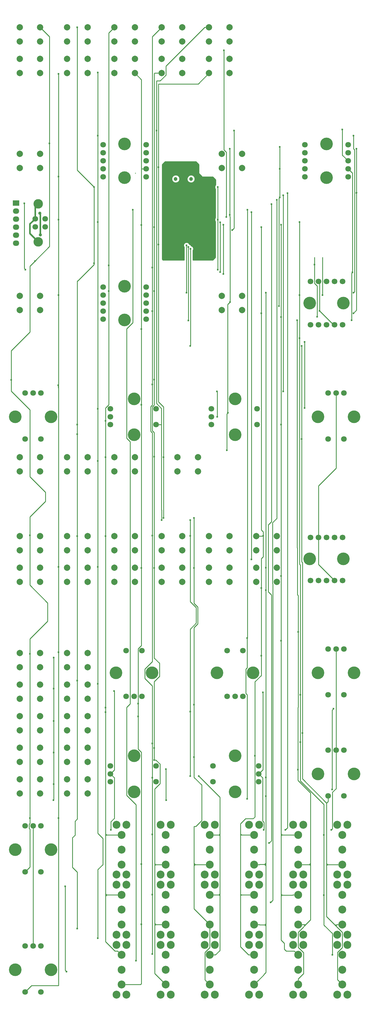
<source format=gbl>
G04 #@! TF.FileFunction,Copper,L2,Bot,Signal*
%FSLAX46Y46*%
G04 Gerber Fmt 4.6, Leading zero omitted, Abs format (unit mm)*
G04 Created by KiCad (PCBNEW 4.0.2-stable) date 20/06/2016 17:59:36*
%MOMM*%
G01*
G04 APERTURE LIST*
%ADD10C,0.100000*%
%ADD11C,4.000000*%
%ADD12C,1.800000*%
%ADD13C,2.000000*%
%ADD14R,2.032000X1.727200*%
%ADD15O,2.032000X1.727200*%
%ADD16C,3.000000*%
%ADD17C,1.200000*%
%ADD18C,2.500000*%
%ADD19C,0.600000*%
%ADD20C,1.000000*%
%ADD21C,0.250000*%
%ADD22C,0.500000*%
%ADD23C,0.254000*%
G04 APERTURE END LIST*
D10*
D11*
X199650000Y-216000000D03*
D12*
X205000000Y-222840000D03*
X207540000Y-222840000D03*
X210080000Y-222840000D03*
X202460000Y-222840000D03*
X199920000Y-222840000D03*
X199920000Y-209160000D03*
X202460000Y-209160000D03*
X210080000Y-209160000D03*
X207540000Y-209160000D03*
X205000000Y-209160000D03*
D11*
X210350000Y-216000000D03*
X199650000Y-135000000D03*
D12*
X205000000Y-141840000D03*
X207540000Y-141840000D03*
X210080000Y-141840000D03*
X202460000Y-141840000D03*
X199920000Y-141840000D03*
X199920000Y-128160000D03*
X202460000Y-128160000D03*
X210080000Y-128160000D03*
X207540000Y-128160000D03*
X205000000Y-128160000D03*
D11*
X210350000Y-135000000D03*
X205000000Y-95350000D03*
D12*
X211840000Y-90000000D03*
X211840000Y-87460000D03*
X211840000Y-84920000D03*
X211840000Y-92540000D03*
X211840000Y-95080000D03*
X198160000Y-95080000D03*
X198160000Y-92540000D03*
X198160000Y-84920000D03*
X198160000Y-87460000D03*
X198160000Y-90000000D03*
D11*
X205000000Y-84650000D03*
X141000000Y-140350000D03*
D12*
X147840000Y-135000000D03*
X147840000Y-132460000D03*
X147840000Y-129920000D03*
X147840000Y-137540000D03*
X147840000Y-140080000D03*
X134160000Y-140080000D03*
X134160000Y-137540000D03*
X134160000Y-129920000D03*
X134160000Y-132460000D03*
X134160000Y-135000000D03*
D11*
X141000000Y-129650000D03*
X141000000Y-95350000D03*
D12*
X147840000Y-90000000D03*
X147840000Y-87460000D03*
X147840000Y-84920000D03*
X147840000Y-92540000D03*
X147840000Y-95080000D03*
X134160000Y-95080000D03*
X134160000Y-92540000D03*
X134160000Y-84920000D03*
X134160000Y-87460000D03*
X134160000Y-90000000D03*
D11*
X141000000Y-84650000D03*
D13*
X164250000Y-183750000D03*
X164250000Y-188250000D03*
X157750000Y-183750000D03*
X157750000Y-188250000D03*
X189250000Y-218750000D03*
X189250000Y-223250000D03*
X182750000Y-218750000D03*
X182750000Y-223250000D03*
X189250000Y-208750000D03*
X189250000Y-213250000D03*
X182750000Y-208750000D03*
X182750000Y-213250000D03*
X178250000Y-132750000D03*
X178250000Y-137250000D03*
X171750000Y-132750000D03*
X171750000Y-137250000D03*
X178250000Y-87750000D03*
X178250000Y-92250000D03*
X171750000Y-87750000D03*
X171750000Y-92250000D03*
X129250000Y-285750000D03*
X129250000Y-290250000D03*
X122750000Y-285750000D03*
X122750000Y-290250000D03*
X114250000Y-285750000D03*
X114250000Y-290250000D03*
X107750000Y-285750000D03*
X107750000Y-290250000D03*
X129250000Y-275750000D03*
X129250000Y-280250000D03*
X122750000Y-275750000D03*
X122750000Y-280250000D03*
X114250000Y-275750000D03*
X114250000Y-280250000D03*
X107750000Y-275750000D03*
X107750000Y-280250000D03*
X129250000Y-265750000D03*
X129250000Y-270250000D03*
X122750000Y-265750000D03*
X122750000Y-270250000D03*
X114250000Y-265750000D03*
X114250000Y-270250000D03*
X107750000Y-265750000D03*
X107750000Y-270250000D03*
X129250000Y-255750000D03*
X129250000Y-260250000D03*
X122750000Y-255750000D03*
X122750000Y-260250000D03*
X114250000Y-255750000D03*
X114250000Y-260250000D03*
X107750000Y-255750000D03*
X107750000Y-260250000D03*
X129250000Y-245750000D03*
X129250000Y-250250000D03*
X122750000Y-245750000D03*
X122750000Y-250250000D03*
X114250000Y-245750000D03*
X114250000Y-250250000D03*
X107750000Y-245750000D03*
X107750000Y-250250000D03*
X174250000Y-218750000D03*
X174250000Y-223250000D03*
X167750000Y-218750000D03*
X167750000Y-223250000D03*
X174250000Y-208750000D03*
X174250000Y-213250000D03*
X167750000Y-208750000D03*
X167750000Y-213250000D03*
X159250000Y-218750000D03*
X159250000Y-223250000D03*
X152750000Y-218750000D03*
X152750000Y-223250000D03*
X159250000Y-208750000D03*
X159250000Y-213250000D03*
X152750000Y-208750000D03*
X152750000Y-213250000D03*
X144250000Y-218750000D03*
X144250000Y-223250000D03*
X137750000Y-218750000D03*
X137750000Y-223250000D03*
X144250000Y-208750000D03*
X144250000Y-213250000D03*
X137750000Y-208750000D03*
X137750000Y-213250000D03*
X129250000Y-218750000D03*
X129250000Y-223250000D03*
X122750000Y-218750000D03*
X122750000Y-223250000D03*
X129250000Y-208750000D03*
X129250000Y-213250000D03*
X122750000Y-208750000D03*
X122750000Y-213250000D03*
X114250000Y-218750000D03*
X114250000Y-223250000D03*
X107750000Y-218750000D03*
X107750000Y-223250000D03*
X114250000Y-208750000D03*
X114250000Y-213250000D03*
X107750000Y-208750000D03*
X107750000Y-213250000D03*
X144250000Y-183750000D03*
X144250000Y-188250000D03*
X137750000Y-183750000D03*
X137750000Y-188250000D03*
X129250000Y-183750000D03*
X129250000Y-188250000D03*
X122750000Y-183750000D03*
X122750000Y-188250000D03*
X114250000Y-183750000D03*
X114250000Y-188250000D03*
X107750000Y-183750000D03*
X107750000Y-188250000D03*
X114250000Y-132750000D03*
X114250000Y-137250000D03*
X107750000Y-132750000D03*
X107750000Y-137250000D03*
X114250000Y-87750000D03*
X114250000Y-92250000D03*
X107750000Y-87750000D03*
X107750000Y-92250000D03*
X167750000Y-62250000D03*
X167750000Y-57750000D03*
X174250000Y-62250000D03*
X174250000Y-57750000D03*
X174250000Y-47750000D03*
X174250000Y-52250000D03*
X167750000Y-47750000D03*
X167750000Y-52250000D03*
X152750000Y-62250000D03*
X152750000Y-57750000D03*
X159250000Y-62250000D03*
X159250000Y-57750000D03*
X159250000Y-47750000D03*
X159250000Y-52250000D03*
X152750000Y-47750000D03*
X152750000Y-52250000D03*
X137750000Y-62250000D03*
X137750000Y-57750000D03*
X144250000Y-62250000D03*
X144250000Y-57750000D03*
X144250000Y-47750000D03*
X144250000Y-52250000D03*
X137750000Y-47750000D03*
X137750000Y-52250000D03*
X122750000Y-62250000D03*
X122750000Y-57750000D03*
X129250000Y-62250000D03*
X129250000Y-57750000D03*
X129250000Y-47750000D03*
X129250000Y-52250000D03*
X122750000Y-47750000D03*
X122750000Y-52250000D03*
X107750000Y-62250000D03*
X107750000Y-57750000D03*
X114250000Y-62250000D03*
X114250000Y-57750000D03*
X114250000Y-47750000D03*
X114250000Y-52250000D03*
X107750000Y-47750000D03*
X107750000Y-52250000D03*
D14*
X106600000Y-103380000D03*
D15*
X106600000Y-105920000D03*
X106600000Y-108460000D03*
X106600000Y-111000000D03*
X106600000Y-113540000D03*
X106600000Y-116080000D03*
D12*
X112650000Y-110850000D03*
X112650000Y-108350000D03*
X115850000Y-108350000D03*
D16*
X113600000Y-103580000D03*
X113600000Y-115620000D03*
D12*
X115850000Y-110850000D03*
D17*
X157160000Y-95700000D03*
X162040000Y-95700000D03*
D18*
X138399800Y-300100600D03*
X141600200Y-300100600D03*
X138399800Y-315899400D03*
X141600200Y-315899400D03*
X140000000Y-312699000D03*
X140000000Y-303301000D03*
X140000000Y-308000000D03*
X152399800Y-300100600D03*
X155600200Y-300100600D03*
X152399800Y-315899400D03*
X155600200Y-315899400D03*
X154000000Y-312699000D03*
X154000000Y-303301000D03*
X154000000Y-308000000D03*
X166399800Y-300100600D03*
X169600200Y-300100600D03*
X166399800Y-315899400D03*
X169600200Y-315899400D03*
X168000000Y-312699000D03*
X168000000Y-303301000D03*
X168000000Y-308000000D03*
X138399800Y-319100600D03*
X141600200Y-319100600D03*
X138399800Y-334899400D03*
X141600200Y-334899400D03*
X140000000Y-331699000D03*
X140000000Y-322301000D03*
X140000000Y-327000000D03*
X152399800Y-319100600D03*
X155600200Y-319100600D03*
X152399800Y-334899400D03*
X155600200Y-334899400D03*
X154000000Y-331699000D03*
X154000000Y-322301000D03*
X154000000Y-327000000D03*
X166399800Y-319100600D03*
X169600200Y-319100600D03*
X166399800Y-334899400D03*
X169600200Y-334899400D03*
X168000000Y-331699000D03*
X168000000Y-322301000D03*
X168000000Y-327000000D03*
X138399800Y-338100600D03*
X141600200Y-338100600D03*
X138399800Y-353899400D03*
X141600200Y-353899400D03*
X140000000Y-350699000D03*
X140000000Y-341301000D03*
X140000000Y-346000000D03*
X152399800Y-338100600D03*
X155600200Y-338100600D03*
X152399800Y-353899400D03*
X155600200Y-353899400D03*
X154000000Y-350699000D03*
X154000000Y-341301000D03*
X154000000Y-346000000D03*
X166399800Y-338100600D03*
X169600200Y-338100600D03*
X166399800Y-353899400D03*
X169600200Y-353899400D03*
X168000000Y-350699000D03*
X168000000Y-341301000D03*
X168000000Y-346000000D03*
X180399800Y-300100600D03*
X183600200Y-300100600D03*
X180399800Y-315899400D03*
X183600200Y-315899400D03*
X182000000Y-312699000D03*
X182000000Y-303301000D03*
X182000000Y-308000000D03*
X194399800Y-300100600D03*
X197600200Y-300100600D03*
X194399800Y-315899400D03*
X197600200Y-315899400D03*
X196000000Y-312699000D03*
X196000000Y-303301000D03*
X196000000Y-308000000D03*
X208399800Y-300100600D03*
X211600200Y-300100600D03*
X208399800Y-315899400D03*
X211600200Y-315899400D03*
X210000000Y-312699000D03*
X210000000Y-303301000D03*
X210000000Y-308000000D03*
X180399800Y-319100600D03*
X183600200Y-319100600D03*
X180399800Y-334899400D03*
X183600200Y-334899400D03*
X182000000Y-331699000D03*
X182000000Y-322301000D03*
X182000000Y-327000000D03*
X194399800Y-319100600D03*
X197600200Y-319100600D03*
X194399800Y-334899400D03*
X197600200Y-334899400D03*
X196000000Y-331699000D03*
X196000000Y-322301000D03*
X196000000Y-327000000D03*
X208399800Y-319100600D03*
X211600200Y-319100600D03*
X208399800Y-334899400D03*
X211600200Y-334899400D03*
X210000000Y-331699000D03*
X210000000Y-322301000D03*
X210000000Y-327000000D03*
X180399800Y-338100600D03*
X183600200Y-338100600D03*
X180399800Y-353899400D03*
X183600200Y-353899400D03*
X182000000Y-350699000D03*
X182000000Y-341301000D03*
X182000000Y-346000000D03*
X194399800Y-338100600D03*
X197600200Y-338100600D03*
X194399800Y-353899400D03*
X197600200Y-353899400D03*
X196000000Y-350699000D03*
X196000000Y-341301000D03*
X196000000Y-346000000D03*
X208399800Y-338100600D03*
X211600200Y-338100600D03*
X208399800Y-353899400D03*
X211600200Y-353899400D03*
X210000000Y-350699000D03*
X210000000Y-341301000D03*
X210000000Y-346000000D03*
D11*
X117700000Y-171000000D03*
D12*
X112000000Y-163500000D03*
X109500000Y-163500000D03*
X114500000Y-163500000D03*
X114500000Y-178000000D03*
X109500000Y-178000000D03*
D11*
X106300000Y-171000000D03*
X117700000Y-308000000D03*
D12*
X112000000Y-300500000D03*
X109500000Y-300500000D03*
X114500000Y-300500000D03*
X114500000Y-315000000D03*
X109500000Y-315000000D03*
D11*
X106300000Y-308000000D03*
X117700000Y-346000000D03*
D12*
X112000000Y-338500000D03*
X109500000Y-338500000D03*
X114500000Y-338500000D03*
X114500000Y-353000000D03*
X109500000Y-353000000D03*
D11*
X106300000Y-346000000D03*
X138300000Y-252000000D03*
D12*
X144000000Y-259500000D03*
X146500000Y-259500000D03*
X141500000Y-259500000D03*
X141500000Y-245000000D03*
X146500000Y-245000000D03*
D11*
X149700000Y-252000000D03*
X144000000Y-278300000D03*
D12*
X136500000Y-284000000D03*
X136500000Y-286500000D03*
X136500000Y-281500000D03*
X151000000Y-281500000D03*
X151000000Y-286500000D03*
D11*
X144000000Y-289700000D03*
X170300000Y-252000000D03*
D12*
X176000000Y-259500000D03*
X178500000Y-259500000D03*
X173500000Y-259500000D03*
X173500000Y-245000000D03*
X178500000Y-245000000D03*
D11*
X181700000Y-252000000D03*
X176000000Y-289700000D03*
D12*
X183500000Y-284000000D03*
X183500000Y-281500000D03*
X183500000Y-286500000D03*
X169000000Y-286500000D03*
X169000000Y-281500000D03*
D11*
X176000000Y-278300000D03*
X213700000Y-252000000D03*
D12*
X208000000Y-244500000D03*
X205500000Y-244500000D03*
X210500000Y-244500000D03*
X210500000Y-259000000D03*
X205500000Y-259000000D03*
D11*
X202300000Y-252000000D03*
X213700000Y-284000000D03*
D12*
X208000000Y-276500000D03*
X205500000Y-276500000D03*
X210500000Y-276500000D03*
X210500000Y-291000000D03*
X205500000Y-291000000D03*
D11*
X202300000Y-284000000D03*
X144000000Y-165300000D03*
D12*
X136500000Y-171000000D03*
X136500000Y-173500000D03*
X136500000Y-168500000D03*
X151000000Y-168500000D03*
X151000000Y-173500000D03*
D11*
X144000000Y-176700000D03*
X176000000Y-165300000D03*
D12*
X168500000Y-171000000D03*
X168500000Y-173500000D03*
X168500000Y-168500000D03*
X183000000Y-168500000D03*
X183000000Y-173500000D03*
D11*
X176000000Y-176700000D03*
X213700000Y-171000000D03*
D12*
X208000000Y-163500000D03*
X205500000Y-163500000D03*
X210500000Y-163500000D03*
X210500000Y-178000000D03*
X205500000Y-178000000D03*
D11*
X202300000Y-171000000D03*
D19*
X163700000Y-99500000D03*
X153200000Y-106300000D03*
X163249990Y-102300000D03*
X163900000Y-116700000D03*
X159900000Y-93700000D03*
X157800000Y-93700000D03*
X163200000Y-105500000D03*
X162400000Y-97900000D03*
X154000000Y-106300000D03*
X163800000Y-113100000D03*
X158400000Y-120100000D03*
X157400000Y-120100000D03*
X156400000Y-120100000D03*
X155300000Y-120100000D03*
D20*
X114100000Y-106600000D03*
X114300000Y-113400000D03*
D19*
X173200000Y-107800000D03*
X172500000Y-55000000D03*
X198000000Y-168250000D03*
X198000000Y-147300000D03*
X173400000Y-181630000D03*
X173700000Y-169774999D03*
X174400000Y-134700011D03*
X174300000Y-86200000D03*
X174300000Y-107100000D03*
X181200000Y-106200000D03*
X181200000Y-216120000D03*
X118450000Y-292300000D03*
X118500000Y-257000000D03*
X179800000Y-291900000D03*
X179800000Y-241000000D03*
X179900000Y-105500000D03*
X206750000Y-288950000D03*
X207200000Y-263400000D03*
X154200000Y-292300000D03*
X154100000Y-282500000D03*
X118500000Y-287230000D03*
X118500000Y-277230000D03*
X118500000Y-267230000D03*
X118500000Y-247230000D03*
X187500000Y-103700000D03*
X186800000Y-305880000D03*
X122175000Y-319575000D03*
X122600000Y-346600000D03*
X189200000Y-102300000D03*
X187300000Y-324640000D03*
X143600000Y-105500000D03*
X144600000Y-343100000D03*
X117200000Y-84500000D03*
X117200000Y-84500000D03*
X105100000Y-159300000D03*
X112600000Y-121700000D03*
X111000000Y-298000000D03*
X111000000Y-246000000D03*
X111000000Y-208500000D03*
X120000000Y-161000000D03*
X120025001Y-108600000D03*
X120025001Y-62500000D03*
X120025001Y-95000000D03*
X120025001Y-132500000D03*
X120025001Y-298000000D03*
X120025001Y-245500000D03*
X120025001Y-218500000D03*
X131300000Y-122400000D03*
X131300000Y-98270000D03*
X126000000Y-333000000D03*
X126000000Y-254500000D03*
X126000000Y-208750000D03*
X126000000Y-176500000D03*
X126000000Y-173500000D03*
X126000000Y-47750000D03*
X132500000Y-109400000D03*
X132500000Y-82000000D03*
X132500000Y-168500000D03*
X132500000Y-185000000D03*
X132500000Y-218500000D03*
X132500000Y-255500000D03*
X132500000Y-336000000D03*
X132500000Y-62000000D03*
X136000000Y-123100000D03*
X135000000Y-263000000D03*
X136000000Y-131250000D03*
X135000000Y-172250000D03*
X135000000Y-183750000D03*
X135000000Y-208750000D03*
X135000000Y-264500000D03*
X146325001Y-110300000D03*
X146325001Y-331600000D03*
X146325001Y-312600000D03*
X145274999Y-265800000D03*
X145274999Y-261800000D03*
X146325001Y-218800000D03*
X146325001Y-167200000D03*
X146325001Y-143200000D03*
X149774999Y-123800000D03*
X149774999Y-160800000D03*
X149774999Y-137600000D03*
X149774999Y-208600000D03*
X149774999Y-274400000D03*
X149774999Y-285200000D03*
X149774999Y-303200000D03*
X149774999Y-322200000D03*
X149774999Y-340974999D03*
X150400000Y-159200000D03*
X150400000Y-111000000D03*
X150400000Y-131200000D03*
X150400000Y-183600000D03*
X150400000Y-218800000D03*
X150400000Y-275800000D03*
X150400000Y-279600000D03*
X164500000Y-284700004D03*
X161800000Y-284700000D03*
X175700000Y-80400000D03*
X175100000Y-111900000D03*
X151100000Y-80400000D03*
X161800000Y-208700000D03*
X161800000Y-203700000D03*
X152700000Y-203700000D03*
X161800000Y-264300000D03*
X151750000Y-116500000D03*
X151750000Y-92000000D03*
X153350000Y-183800000D03*
X163000000Y-218800000D03*
X163000000Y-262100000D03*
X163000000Y-278700000D03*
X163000000Y-203000000D03*
X153325010Y-203000000D03*
X184300000Y-111000000D03*
X214425002Y-86200000D03*
X214500000Y-100100000D03*
X213525010Y-138200000D03*
X213525010Y-138200000D03*
X184300000Y-138200000D03*
X182274999Y-278250000D03*
X184300000Y-246600000D03*
X184300000Y-225150000D03*
X184900000Y-208700000D03*
X160600000Y-131700000D03*
X160600000Y-116700000D03*
X213550000Y-82050000D03*
X213550000Y-131750000D03*
X185750000Y-131750000D03*
X185750000Y-225850000D03*
X185750000Y-218750000D03*
X185750000Y-285150000D03*
X185750000Y-291050000D03*
X172300000Y-125800000D03*
X172300000Y-110225000D03*
X190600000Y-110200000D03*
X201145001Y-122850000D03*
X190600000Y-139400000D03*
X202000000Y-139350000D03*
X190575001Y-241850000D03*
X190575001Y-221400000D03*
X190575001Y-173500000D03*
X161225010Y-140500000D03*
X161225010Y-117265687D03*
X213199999Y-125300000D03*
X212900000Y-140450000D03*
X195700000Y-140450000D03*
X196000000Y-239050000D03*
X195900000Y-282700000D03*
X206800000Y-341301000D03*
X171299982Y-125200000D03*
X171300000Y-109425000D03*
X196400000Y-109400000D03*
X196400000Y-132500001D03*
X203700000Y-132450000D03*
X196400000Y-146150000D03*
X196650000Y-259000000D03*
X196650000Y-273950000D03*
X204150000Y-303300000D03*
X204150000Y-322350000D03*
X161800000Y-148550000D03*
X161850020Y-117810265D03*
X197100000Y-148550000D03*
X197100000Y-178050000D03*
X197350000Y-271100000D03*
X170500000Y-98300000D03*
X109600030Y-124400000D03*
X109200000Y-103400000D03*
X170500000Y-124400000D03*
X170500000Y-108600000D03*
X191300000Y-100900000D03*
X191300000Y-162974999D03*
X170300000Y-162974999D03*
X170350000Y-171000000D03*
X190200000Y-92500000D03*
X189900000Y-135924999D03*
X190200000Y-85574990D03*
X190200000Y-101600000D03*
X202750000Y-137450000D03*
X192600000Y-100200000D03*
X191900000Y-301725001D03*
X137700000Y-257800000D03*
X136650000Y-301725001D03*
X184800000Y-258200000D03*
X185100000Y-301725001D03*
X206500000Y-301700000D03*
X210000000Y-80100000D03*
D21*
X144350000Y-93904999D02*
X144400000Y-93854999D01*
D22*
X111000000Y-113020000D02*
X113600000Y-115620000D01*
X111000000Y-113020000D02*
X111000000Y-110000000D01*
X111000000Y-110000000D02*
X112000001Y-108999999D01*
X112000001Y-108999999D02*
X112650000Y-108350000D01*
X112650000Y-108350000D02*
X112650000Y-104530000D01*
X112650000Y-104530000D02*
X113600000Y-103580000D01*
X114300000Y-113400000D02*
X114300000Y-106800000D01*
X114300000Y-106800000D02*
X114100000Y-106600000D01*
D21*
X173200000Y-107375736D02*
X173200000Y-107800000D01*
X173200000Y-87238998D02*
X173200000Y-107375736D01*
X172500000Y-55000000D02*
X172500000Y-86538998D01*
X172500000Y-86538998D02*
X173200000Y-87238998D01*
X198000000Y-147300000D02*
X198000000Y-168250000D01*
X173700000Y-169774999D02*
X173400001Y-170074998D01*
X173400001Y-170074998D02*
X173400001Y-181629999D01*
X173400001Y-181629999D02*
X173400000Y-181630000D01*
X174400000Y-134700011D02*
X173674999Y-135425012D01*
X173674999Y-135425012D02*
X173674999Y-169749998D01*
X173674999Y-169749998D02*
X173700000Y-169774999D01*
X174400000Y-107725002D02*
X174400000Y-134700011D01*
X174300000Y-107100000D02*
X174300000Y-107625002D01*
X174300000Y-107625002D02*
X174400000Y-107725002D01*
X174300000Y-107100000D02*
X174300000Y-86200000D01*
X181200000Y-216120000D02*
X181200000Y-106200000D01*
X118500000Y-278300000D02*
X118500000Y-286500000D01*
X118500000Y-268100000D02*
X118500000Y-278300000D01*
X118500000Y-278300000D02*
X118500000Y-277230000D01*
X118500000Y-256500000D02*
X118500000Y-268100000D01*
X118500000Y-268100000D02*
X118500000Y-267230000D01*
X118500000Y-256500000D02*
X118500000Y-257000000D01*
X118500000Y-247230000D02*
X118500000Y-256500000D01*
X179800000Y-287400000D02*
X179800000Y-291900000D01*
X179800000Y-258986998D02*
X179800000Y-287400000D01*
X179800000Y-241000000D02*
X179800000Y-250458998D01*
X179800000Y-250458998D02*
X179374999Y-250883999D01*
X179374999Y-250883999D02*
X179374999Y-258561997D01*
X179374999Y-258561997D02*
X179800000Y-258986998D01*
X179900000Y-105500000D02*
X179900000Y-240900000D01*
X179900000Y-240900000D02*
X179800000Y-241000000D01*
X206750000Y-288525736D02*
X206750000Y-288950000D01*
X206750000Y-263850000D02*
X206750000Y-288525736D01*
X207200000Y-263400000D02*
X206750000Y-263850000D01*
X154100000Y-282500000D02*
X154100000Y-292200000D01*
X154100000Y-292200000D02*
X154200000Y-292300000D01*
X118500000Y-287230000D02*
X118500000Y-292250000D01*
X118500000Y-287230000D02*
X118500000Y-286500000D01*
X187500000Y-103700000D02*
X187500000Y-204200000D01*
X187500000Y-204200000D02*
X186500000Y-205200000D01*
X186500000Y-205200000D02*
X186500000Y-226400000D01*
X186500000Y-226400000D02*
X187500000Y-227400000D01*
X187500000Y-227400000D02*
X187500000Y-305180000D01*
X187500000Y-305180000D02*
X186800000Y-305880000D01*
X122600000Y-346600000D02*
X122175000Y-346175000D01*
X122175000Y-346175000D02*
X122175000Y-319575000D01*
X187300000Y-324640000D02*
X187950010Y-323989990D01*
X187950010Y-323989990D02*
X187950010Y-223911012D01*
X187950010Y-223911012D02*
X187900000Y-223861002D01*
X187900000Y-223861002D02*
X187900000Y-204436410D01*
X187900000Y-204436410D02*
X189200000Y-203136410D01*
X189200000Y-203136410D02*
X189200000Y-102300000D01*
X143600000Y-105500000D02*
X143600000Y-141191002D01*
X143600000Y-141191002D02*
X141674999Y-143116003D01*
X141674999Y-143116003D02*
X141674999Y-177816001D01*
X141674999Y-177816001D02*
X142725001Y-178866003D01*
X142725001Y-261874999D02*
X141674999Y-262925001D01*
X142725001Y-178866003D02*
X142725001Y-261874999D01*
X141674999Y-262925001D02*
X141674999Y-290816001D01*
X141674999Y-290816001D02*
X144600000Y-293741002D01*
X144600000Y-293741002D02*
X144600000Y-298741002D01*
X144600000Y-298741002D02*
X144600000Y-343100000D01*
X111000000Y-246000000D02*
X111000000Y-293000000D01*
X111000000Y-293000000D02*
X111000000Y-298000000D01*
X117200000Y-103300000D02*
X117200000Y-85700000D01*
X117200000Y-85700000D02*
X117200000Y-50700000D01*
X117200000Y-84500000D02*
X117200000Y-85700000D01*
X117200000Y-50700000D02*
X114250000Y-47750000D01*
X111000000Y-144200000D02*
X111000000Y-123300000D01*
X105100000Y-159300000D02*
X105100000Y-150100000D01*
X105100000Y-150100000D02*
X111000000Y-144200000D01*
X111000000Y-190000000D02*
X111000000Y-168800000D01*
X111000000Y-168800000D02*
X105100000Y-162900000D01*
X105100000Y-162900000D02*
X105100000Y-159300000D01*
X111000000Y-208500000D02*
X111000000Y-202700000D01*
X111000000Y-202700000D02*
X115900000Y-197800000D01*
X115900000Y-197800000D02*
X115900000Y-194900000D01*
X115900000Y-194900000D02*
X111000000Y-190000000D01*
X111000000Y-246000000D02*
X111000000Y-241300000D01*
X111000000Y-241300000D02*
X116600000Y-235700000D01*
X116600000Y-235700000D02*
X116600000Y-229900000D01*
X116600000Y-229900000D02*
X111000000Y-224300000D01*
X111000000Y-224300000D02*
X111000000Y-208500000D01*
X111000000Y-123300000D02*
X112600000Y-121700000D01*
X112600000Y-121700000D02*
X117200000Y-117100000D01*
X117200000Y-117100000D02*
X117200000Y-103300000D01*
X111000000Y-298000000D02*
X111000000Y-299686998D01*
X111000000Y-299686998D02*
X110774999Y-299911999D01*
X110774999Y-299911999D02*
X110774999Y-301274999D01*
X110774999Y-301274999D02*
X111000000Y-301500000D01*
X111000000Y-301500000D02*
X111000000Y-313500000D01*
X111000000Y-313500000D02*
X109500000Y-315000000D01*
X120025001Y-293000000D02*
X120025001Y-298000000D01*
X120025001Y-218500000D02*
X120025001Y-161900000D01*
X120025001Y-161900000D02*
X120025001Y-157500000D01*
X120000000Y-161000000D02*
X120000000Y-161874999D01*
X120000000Y-161874999D02*
X120025001Y-161900000D01*
X120025001Y-157500000D02*
X120025001Y-134525001D01*
X120025001Y-132500000D02*
X120025001Y-108600000D01*
X120025001Y-108600000D02*
X120025001Y-107525001D01*
X120025001Y-95000000D02*
X120025001Y-62500000D01*
X120025001Y-107525001D02*
X120025001Y-95000000D01*
X120025001Y-134525001D02*
X120025001Y-132500000D01*
X120025001Y-298000000D02*
X120025001Y-350974999D01*
X120025001Y-350974999D02*
X111525001Y-350974999D01*
X111525001Y-350974999D02*
X109500000Y-353000000D01*
X120025001Y-293000000D02*
X120025001Y-245500000D01*
X120025001Y-245500000D02*
X120025001Y-218500000D01*
X125300000Y-303400000D02*
X124500000Y-304200000D01*
X125300000Y-303400000D02*
X125300000Y-299000000D01*
X125300000Y-299000000D02*
X126000000Y-298300000D01*
X126000000Y-128000000D02*
X126000000Y-173500000D01*
X131300000Y-122400000D02*
X131300000Y-122824264D01*
X131300000Y-122824264D02*
X126124264Y-128000000D01*
X126124264Y-128000000D02*
X126000000Y-128000000D01*
X131300000Y-98270000D02*
X131300000Y-122400000D01*
X126000000Y-89700000D02*
X126000000Y-92970000D01*
X126000000Y-47750000D02*
X126000000Y-89700000D01*
X126000000Y-92970000D02*
X131300000Y-98270000D01*
X126000000Y-315100000D02*
X126000000Y-333000000D01*
X124500000Y-304200000D02*
X124500000Y-313600000D01*
X124500000Y-313600000D02*
X126000000Y-315100000D01*
X126000000Y-253100000D02*
X126000000Y-298300000D01*
X126000000Y-207700000D02*
X126000000Y-253100000D01*
X126000000Y-176500000D02*
X126000000Y-207700000D01*
X126000000Y-207700000D02*
X126000000Y-208750000D01*
X126000000Y-253100000D02*
X126000000Y-254500000D01*
X126000000Y-173500000D02*
X126000000Y-176500000D01*
X132500000Y-255500000D02*
X132500000Y-302800000D01*
X132500000Y-302800000D02*
X134100000Y-304400000D01*
X134100000Y-304400000D02*
X134100000Y-312700000D01*
X134100000Y-312700000D02*
X132500000Y-314300000D01*
X132500000Y-314300000D02*
X132500000Y-336000000D01*
X132500000Y-86000000D02*
X132500000Y-109400000D01*
X132500000Y-109400000D02*
X132500000Y-168500000D01*
X132500000Y-72000000D02*
X132500000Y-82000000D01*
X132500000Y-82000000D02*
X132500000Y-86000000D01*
X132500000Y-168500000D02*
X132500000Y-185000000D01*
X132500000Y-185000000D02*
X132500000Y-218500000D01*
X132500000Y-218500000D02*
X132500000Y-255500000D01*
X132500000Y-72000000D02*
X132500000Y-62000000D01*
X135000000Y-303000000D02*
X135000000Y-298000000D01*
X135000000Y-303300000D02*
X135000000Y-303600000D01*
X135000000Y-303600000D02*
X135000000Y-322000000D01*
X135300000Y-303300000D02*
X135000000Y-303600000D01*
X138231234Y-303300000D02*
X135300000Y-303300000D01*
X135300000Y-303300000D02*
X135000000Y-303300000D01*
X135000000Y-303000000D02*
X135300000Y-303300000D01*
X135000000Y-303000000D02*
X135000000Y-303300000D01*
X140000000Y-303301000D02*
X138232234Y-303301000D01*
X138232234Y-303301000D02*
X138231234Y-303300000D01*
X135000000Y-322300000D02*
X135000000Y-322600000D01*
X135000000Y-322600000D02*
X135000000Y-337100000D01*
X135300000Y-322400000D02*
X135100000Y-322600000D01*
X135100000Y-322600000D02*
X135000000Y-322600000D01*
X135300000Y-322301000D02*
X135300000Y-322400000D01*
X140000000Y-322301000D02*
X135300000Y-322301000D01*
X135300000Y-322301000D02*
X135001000Y-322301000D01*
X135000000Y-322000000D02*
X135000000Y-322001000D01*
X135000000Y-322001000D02*
X135300000Y-322301000D01*
X135000000Y-322000000D02*
X135000000Y-322300000D01*
X135001000Y-322301000D02*
X135000000Y-322300000D01*
X140000000Y-341301000D02*
X138750001Y-340051001D01*
X138750001Y-340051001D02*
X137951001Y-340051001D01*
X137951001Y-340051001D02*
X135000000Y-337100000D01*
X136000000Y-56500000D02*
X136000000Y-123100000D01*
X136000000Y-123100000D02*
X136000000Y-131250000D01*
X135000000Y-262000000D02*
X135000000Y-263000000D01*
X135000000Y-263000000D02*
X135000000Y-264500000D01*
X136000000Y-131250000D02*
X136000000Y-167186998D01*
X135000000Y-168186998D02*
X135000000Y-172250000D01*
X135000000Y-172250000D02*
X135000000Y-183750000D01*
X135000000Y-183750000D02*
X135000000Y-200000000D01*
X135000000Y-200000000D02*
X135000000Y-208750000D01*
X135000000Y-208750000D02*
X135000000Y-262000000D01*
X135000000Y-264500000D02*
X135000000Y-298000000D01*
X136000000Y-167186998D02*
X135000000Y-168186998D01*
X136000000Y-49500000D02*
X136000000Y-56500000D01*
X137750000Y-47750000D02*
X136000000Y-49500000D01*
X146325001Y-307600000D02*
X146325001Y-312600000D01*
X146325001Y-92500000D02*
X146325001Y-110300000D01*
X146325001Y-110300000D02*
X146325001Y-143200000D01*
X140000000Y-350699000D02*
X146051000Y-350699000D01*
X146051000Y-350699000D02*
X146325001Y-350424999D01*
X146325001Y-312600000D02*
X146325001Y-331600000D01*
X146325001Y-331600000D02*
X146325001Y-350424999D01*
X146325001Y-277183999D02*
X146325001Y-307600000D01*
X145274999Y-261800000D02*
X145274999Y-265800000D01*
X145274999Y-265800000D02*
X145274999Y-276133997D01*
X145274999Y-244411999D02*
X145274999Y-261800000D01*
X146325001Y-167200000D02*
X146325001Y-218800000D01*
X146325001Y-218800000D02*
X146325001Y-243361997D01*
X146325001Y-143200000D02*
X146325001Y-167200000D01*
X146325001Y-64325001D02*
X146325001Y-92500000D01*
X147840000Y-92540000D02*
X146365001Y-92540000D01*
X146365001Y-92540000D02*
X146325001Y-92500000D01*
X144250000Y-62250000D02*
X146325001Y-64325001D01*
X146325001Y-243361997D02*
X145274999Y-244411999D01*
X145274999Y-276133997D02*
X146325001Y-277183999D01*
X149774999Y-298200000D02*
X149774999Y-303200000D01*
X149774999Y-50725001D02*
X149774999Y-123800000D01*
X149774999Y-123800000D02*
X149774999Y-137600000D01*
X149774999Y-160800000D02*
X149774999Y-167275589D01*
X149774999Y-167275589D02*
X149274999Y-167775589D01*
X149274999Y-167775589D02*
X149274999Y-175600000D01*
X149274999Y-175600000D02*
X149774999Y-176100000D01*
X149774999Y-176100000D02*
X149774999Y-208600000D01*
X149774999Y-274400000D02*
X149774999Y-256200000D01*
X147374999Y-250883999D02*
X149774999Y-248483999D01*
X149774999Y-256200000D02*
X147374999Y-253800000D01*
X147374999Y-253800000D02*
X147374999Y-250883999D01*
X149774999Y-248483999D02*
X149774999Y-208600000D01*
X149774999Y-137600000D02*
X149774999Y-160800000D01*
X149774999Y-274400000D02*
X149774999Y-285200000D01*
X149774999Y-285200000D02*
X149774999Y-298200000D01*
X149774999Y-303200000D02*
X149774999Y-322200000D01*
X149774999Y-322200000D02*
X149774999Y-340974999D01*
X152750000Y-47750000D02*
X149774999Y-50725001D01*
X150513002Y-312700000D02*
X150513002Y-288800000D01*
X150513002Y-288800000D02*
X152225001Y-287088001D01*
X152225001Y-287088001D02*
X152225001Y-280911999D01*
X152225001Y-280911999D02*
X150913002Y-279600000D01*
X150913002Y-279600000D02*
X150400000Y-279600000D01*
X150513002Y-347212002D02*
X150513002Y-332000000D01*
X150513002Y-332000000D02*
X150513002Y-331600000D01*
X150900000Y-331699000D02*
X150814002Y-331699000D01*
X150814002Y-331699000D02*
X150513002Y-332000000D01*
X150513002Y-331400000D02*
X150513002Y-313000000D01*
X150513002Y-331600000D02*
X150513002Y-331400000D01*
X154000000Y-331699000D02*
X150900000Y-331699000D01*
X150513002Y-331400000D02*
X150601000Y-331400000D01*
X150900000Y-331699000D02*
X150612002Y-331699000D01*
X150601000Y-331400000D02*
X150900000Y-331699000D01*
X150612002Y-331699000D02*
X150513002Y-331600000D01*
X150513002Y-313000000D02*
X150513002Y-312700000D01*
X150800000Y-312700000D02*
X150800000Y-312713002D01*
X150800000Y-312713002D02*
X150513002Y-313000000D01*
X150513002Y-312500000D02*
X150600000Y-312500000D01*
X150600000Y-312500000D02*
X150800000Y-312700000D01*
X150800000Y-312700000D02*
X150513002Y-312700000D01*
X152231234Y-312700000D02*
X150800000Y-312700000D01*
X150513002Y-312600000D02*
X150513002Y-312500000D01*
X150513002Y-312700000D02*
X150513002Y-312600000D01*
X154000000Y-312699000D02*
X152232234Y-312699000D01*
X152232234Y-312699000D02*
X152231234Y-312700000D01*
X150400000Y-158200000D02*
X150400000Y-159200000D01*
X150400000Y-159200000D02*
X150400000Y-167286998D01*
X150400000Y-131200000D02*
X150400000Y-111000000D01*
X150400000Y-111000000D02*
X150400000Y-62400000D01*
X150400000Y-176000000D02*
X150400000Y-183600000D01*
X150400000Y-167286998D02*
X149774999Y-167911999D01*
X149774999Y-167911999D02*
X149774999Y-175374999D01*
X149774999Y-175374999D02*
X150400000Y-176000000D01*
X150400000Y-158200000D02*
X150400000Y-131200000D01*
X150400000Y-218800000D02*
X150400000Y-183600000D01*
X150400000Y-247400000D02*
X150400000Y-218800000D01*
X150400000Y-279600000D02*
X150400000Y-275800000D01*
X150400000Y-275800000D02*
X150400000Y-254800000D01*
X152025001Y-253200000D02*
X152000000Y-253200000D01*
X152000000Y-253200000D02*
X150400000Y-254800000D01*
X152025001Y-253200000D02*
X152025001Y-249025001D01*
X154000000Y-350699000D02*
X150513002Y-347212002D01*
X152025001Y-249025001D02*
X150400000Y-247400000D01*
X150400000Y-62400000D02*
X150550000Y-62250000D01*
X150550000Y-62250000D02*
X152750000Y-62250000D01*
X164500000Y-284700004D02*
X171175201Y-291375205D01*
X171175201Y-291375205D02*
X171175201Y-296375205D01*
X171175201Y-296375205D02*
X171175201Y-303000000D01*
X161800000Y-208700000D02*
X161800000Y-229500000D01*
X161800000Y-229500000D02*
X163700000Y-231400000D01*
X161800000Y-238200000D02*
X161800000Y-264300000D01*
X163700000Y-231400000D02*
X163700000Y-236300000D01*
X163700000Y-236300000D02*
X161800000Y-238200000D01*
X161800000Y-264300000D02*
X161800000Y-284700000D01*
X171175201Y-322000000D02*
X171175201Y-303600000D01*
X171175201Y-303600000D02*
X171175201Y-303400000D01*
X170900000Y-303301000D02*
X170900000Y-303324799D01*
X170900000Y-303324799D02*
X171175201Y-303600000D01*
X170900000Y-303301000D02*
X171076201Y-303301000D01*
X168000000Y-303301000D02*
X170900000Y-303301000D01*
X171175201Y-303400000D02*
X171175201Y-303000000D01*
X170900000Y-303301000D02*
X170900000Y-303275201D01*
X170900000Y-303275201D02*
X171175201Y-303000000D01*
X171076201Y-303301000D02*
X171175201Y-303400000D01*
X171175201Y-339893565D02*
X171175201Y-322600000D01*
X171175201Y-322600000D02*
X171175201Y-322300000D01*
X170800000Y-322301000D02*
X170876201Y-322301000D01*
X170876201Y-322301000D02*
X171175201Y-322600000D01*
X170800000Y-322301000D02*
X171174201Y-322301000D01*
X168000000Y-322301000D02*
X170800000Y-322301000D01*
X170800000Y-322301000D02*
X170874201Y-322301000D01*
X171175201Y-322300000D02*
X171175201Y-322000000D01*
X170874201Y-322301000D02*
X171175201Y-322000000D01*
X171174201Y-322301000D02*
X171175201Y-322300000D01*
X168000000Y-341301000D02*
X169767766Y-341301000D01*
X169767766Y-341301000D02*
X171175201Y-339893565D01*
X175100000Y-111900000D02*
X175700000Y-111300000D01*
X175700000Y-111300000D02*
X175700000Y-80400000D01*
X151100000Y-80000000D02*
X151100000Y-80550000D01*
X151100000Y-64700000D02*
X151100000Y-80000000D01*
X151100000Y-80550000D02*
X151100000Y-80400000D01*
X151100000Y-80400000D02*
X151100000Y-80250000D01*
X151100000Y-80000000D02*
X151100000Y-80400000D01*
X151100000Y-80550000D02*
X151100000Y-166786998D01*
X167750000Y-47750000D02*
X166335787Y-47750000D01*
X154075001Y-60010786D02*
X154075001Y-62886001D01*
X166335787Y-47750000D02*
X154075001Y-60010786D01*
X154075001Y-62886001D02*
X152261002Y-64700000D01*
X152261002Y-64700000D02*
X151100000Y-64700000D01*
X151100000Y-166786998D02*
X152675010Y-168362008D01*
X152675010Y-168362008D02*
X152675010Y-168400000D01*
X152675010Y-168400000D02*
X152675010Y-173500000D01*
X152675010Y-173500000D02*
X152675010Y-175124990D01*
X151000000Y-173500000D02*
X152675010Y-173500000D01*
X161800000Y-206900000D02*
X161800000Y-208700000D01*
X161800000Y-206900000D02*
X161800000Y-203700000D01*
X152700000Y-200500000D02*
X152700000Y-203700000D01*
X152675010Y-175124990D02*
X152675010Y-200475010D01*
X152675010Y-200475010D02*
X152700000Y-200500000D01*
X163000000Y-278700000D02*
X163000000Y-285100000D01*
X163000000Y-285100000D02*
X165400000Y-287500000D01*
X165400000Y-287500000D02*
X165400000Y-298769398D01*
X165400000Y-298769398D02*
X163569398Y-300600000D01*
X163569398Y-300600000D02*
X163000000Y-300600000D01*
X163000000Y-300600000D02*
X163000000Y-312200000D01*
X163000000Y-312700000D02*
X163000000Y-313100000D01*
X163000000Y-313100000D02*
X163000000Y-326699000D01*
X163400000Y-312700000D02*
X163000000Y-313100000D01*
X163400000Y-312699000D02*
X163400000Y-312700000D01*
X163000000Y-312200000D02*
X163000000Y-312700000D01*
X168000000Y-312699000D02*
X163400000Y-312699000D01*
X163400000Y-312699000D02*
X163001000Y-312699000D01*
X163000000Y-312200000D02*
X163000000Y-312299000D01*
X163000000Y-312299000D02*
X163400000Y-312699000D01*
X163001000Y-312699000D02*
X163000000Y-312700000D01*
X163000000Y-218800000D02*
X163000000Y-230000000D01*
X163000000Y-230000000D02*
X164200000Y-231200000D01*
X164200000Y-231200000D02*
X164200000Y-236500000D01*
X164200000Y-236500000D02*
X163000000Y-237700000D01*
X163000000Y-237700000D02*
X163000000Y-262100000D01*
X163000000Y-326699000D02*
X163500000Y-327199000D01*
X163500000Y-327199000D02*
X168000000Y-331699000D01*
X168000000Y-331699000D02*
X168000000Y-338969998D01*
X168000000Y-338969998D02*
X166424999Y-340544999D01*
X166424999Y-340544999D02*
X166424999Y-349123999D01*
X166424999Y-349123999D02*
X166750001Y-349449001D01*
X166750001Y-349449001D02*
X168000000Y-350699000D01*
X151750000Y-92000000D02*
X151750000Y-116500000D01*
X151750000Y-116500000D02*
X151750000Y-121100000D01*
X151750000Y-121100000D02*
X151750000Y-133200000D01*
X151750000Y-66000000D02*
X151750000Y-92000000D01*
X153350000Y-173900000D02*
X153350000Y-183800000D01*
X153350000Y-183800000D02*
X153350000Y-202975010D01*
X163000000Y-203000000D02*
X163000000Y-218800000D01*
X163000000Y-262100000D02*
X163000000Y-278700000D01*
X153350000Y-202975010D02*
X153325010Y-203000000D01*
X151750000Y-166250000D02*
X153350000Y-167850000D01*
X153350000Y-167850000D02*
X153350000Y-173900000D01*
X151750000Y-133200000D02*
X151750000Y-166250000D01*
X151750000Y-65700000D02*
X151750000Y-66000000D01*
X164300000Y-65700000D02*
X151750000Y-65700000D01*
X167750000Y-62250000D02*
X164300000Y-65700000D01*
X182274999Y-278250000D02*
X182274999Y-297625001D01*
X182274999Y-297625001D02*
X181700000Y-298200000D01*
X181700000Y-298200000D02*
X179300000Y-298200000D01*
X179300000Y-298200000D02*
X177700000Y-299800000D01*
X177700000Y-299800000D02*
X177700000Y-302900000D01*
X184300000Y-111800000D02*
X184300000Y-111500000D01*
X184300000Y-138200000D02*
X184300000Y-111800000D01*
X184300000Y-111800000D02*
X184300000Y-111000000D01*
X214500000Y-86274998D02*
X214425002Y-86200000D01*
X214500000Y-100100000D02*
X214500000Y-86274998D01*
X214650000Y-99950000D02*
X214500000Y-100100000D01*
X214500000Y-103700000D02*
X214500000Y-100100000D01*
X214500000Y-137225010D02*
X214500000Y-103700000D01*
X213525010Y-138200000D02*
X214500000Y-137225010D01*
X184300000Y-138400000D02*
X184300000Y-206800000D01*
X184300000Y-138400000D02*
X184300000Y-138200000D01*
X177700000Y-322300000D02*
X177700000Y-322550000D01*
X177700000Y-322550000D02*
X177700000Y-331450000D01*
X178000000Y-322300000D02*
X177950000Y-322300000D01*
X177950000Y-322300000D02*
X177700000Y-322550000D01*
X177700000Y-321900000D02*
X177700000Y-322300000D01*
X177700000Y-303550000D02*
X177700000Y-321900000D01*
X180231234Y-322300000D02*
X178000000Y-322300000D01*
X178000000Y-322300000D02*
X177700000Y-322300000D01*
X177700000Y-321900000D02*
X177700000Y-322000000D01*
X177700000Y-322000000D02*
X178000000Y-322300000D01*
X182000000Y-322301000D02*
X180232234Y-322301000D01*
X180232234Y-322301000D02*
X180231234Y-322300000D01*
X177700000Y-303300000D02*
X177700000Y-303550000D01*
X178050000Y-303300000D02*
X177950000Y-303300000D01*
X177950000Y-303300000D02*
X177700000Y-303550000D01*
X180231234Y-303300000D02*
X178050000Y-303300000D01*
X178050000Y-303300000D02*
X177700000Y-303300000D01*
X177700000Y-302900000D02*
X177700000Y-302950000D01*
X177700000Y-302950000D02*
X178050000Y-303300000D01*
X177700000Y-302900000D02*
X177700000Y-303300000D01*
X182000000Y-303301000D02*
X180232234Y-303301000D01*
X180232234Y-303301000D02*
X180231234Y-303300000D01*
X182274999Y-254866003D02*
X182274999Y-278250000D01*
X184300000Y-225150000D02*
X184300000Y-246600000D01*
X184300000Y-246600000D02*
X184300000Y-252841002D01*
X184300000Y-215850000D02*
X184300000Y-225150000D01*
X184900000Y-207400000D02*
X184900000Y-208700000D01*
X184900000Y-208700000D02*
X184900000Y-215250000D01*
X182750000Y-208750000D02*
X184850000Y-208750000D01*
X184850000Y-208750000D02*
X184900000Y-208700000D01*
X184300000Y-206800000D02*
X184900000Y-207400000D01*
X184900000Y-215250000D02*
X184300000Y-215850000D01*
X184300000Y-252841002D02*
X182274999Y-254866003D01*
X177681234Y-331468766D02*
X177681234Y-338750000D01*
X177700000Y-331450000D02*
X177681234Y-331468766D01*
X177681234Y-338750000D02*
X180232234Y-341301000D01*
X180232234Y-341301000D02*
X182000000Y-341301000D01*
X185750000Y-312250000D02*
X185750000Y-307250000D01*
X185750000Y-131750000D02*
X185750000Y-219500000D01*
X185750000Y-219500000D02*
X185750000Y-224700000D01*
X185750000Y-218750000D02*
X185750000Y-219500000D01*
X185750000Y-224700000D02*
X185750000Y-225850000D01*
X185750000Y-285150000D02*
X185750000Y-226700000D01*
X185750000Y-226700000D02*
X185750000Y-225850000D01*
X160600000Y-116700000D02*
X160600000Y-131700000D01*
X213550000Y-82474264D02*
X213550000Y-82050000D01*
X213550000Y-86200004D02*
X213550000Y-82474264D01*
X213849999Y-86500003D02*
X213550000Y-86200004D01*
X213849999Y-131450001D02*
X213849999Y-86500003D01*
X213550000Y-131750000D02*
X213849999Y-131450001D01*
X185750000Y-291050000D02*
X185750000Y-285150000D01*
X185750000Y-307250000D02*
X185750000Y-291050000D01*
X185750000Y-331450000D02*
X185750000Y-313050000D01*
X185750000Y-313050000D02*
X185750000Y-312650000D01*
X185350000Y-312650000D02*
X185750000Y-313050000D01*
X185250000Y-312650000D02*
X185750000Y-312650000D01*
X183816766Y-312650000D02*
X185250000Y-312650000D01*
X185750000Y-312650000D02*
X185750000Y-312250000D01*
X185250000Y-312650000D02*
X185350000Y-312650000D01*
X185350000Y-312650000D02*
X185750000Y-312250000D01*
X182000000Y-312699000D02*
X183767766Y-312699000D01*
X183767766Y-312699000D02*
X183816766Y-312650000D01*
X185750000Y-346900000D02*
X185750000Y-332150000D01*
X185750000Y-332150000D02*
X185750000Y-331750000D01*
X185350000Y-331750000D02*
X185750000Y-332150000D01*
X185350000Y-331750000D02*
X185750000Y-331750000D01*
X183818766Y-331750000D02*
X185350000Y-331750000D01*
X185750000Y-331750000D02*
X185750000Y-331450000D01*
X185350000Y-331750000D02*
X185450000Y-331750000D01*
X185450000Y-331750000D02*
X185750000Y-331450000D01*
X182000000Y-331699000D02*
X183767766Y-331699000D01*
X183767766Y-331699000D02*
X183818766Y-331750000D01*
X185175201Y-347474799D02*
X185750000Y-346900000D01*
X183300999Y-349449001D02*
X185175201Y-347574799D01*
X185175201Y-347574799D02*
X185175201Y-347474799D01*
X182000000Y-350699000D02*
X183249999Y-349449001D01*
X183249999Y-349449001D02*
X183300999Y-349449001D01*
X190575001Y-297950000D02*
X190575001Y-302950000D01*
X172300000Y-110225000D02*
X172300000Y-125800000D01*
X190600000Y-139400000D02*
X190600000Y-110200000D01*
X201145001Y-120521001D02*
X201145001Y-122850000D01*
X201145001Y-122850000D02*
X201145001Y-128748001D01*
X190600000Y-139400000D02*
X190600000Y-139824264D01*
X190600000Y-139824264D02*
X190575001Y-139849263D01*
X190575001Y-139849263D02*
X190575001Y-141624999D01*
X201145001Y-128748001D02*
X202000000Y-129603000D01*
X202000000Y-129603000D02*
X202000000Y-139350000D01*
X190575001Y-321950000D02*
X190575001Y-303600000D01*
X190575001Y-303600000D02*
X190575001Y-303350000D01*
X190850000Y-303350000D02*
X190825001Y-303350000D01*
X190825001Y-303350000D02*
X190575001Y-303600000D01*
X190850000Y-303350000D02*
X190575001Y-303350000D01*
X194183234Y-303350000D02*
X190850000Y-303350000D01*
X190575001Y-303350000D02*
X190575001Y-302950000D01*
X190575001Y-297950000D02*
X190575001Y-241850000D01*
X190850000Y-303350000D02*
X190850000Y-303224999D01*
X190850000Y-303224999D02*
X190575001Y-302950000D01*
X190575001Y-336575001D02*
X190575001Y-322650000D01*
X190575001Y-322650000D02*
X190575001Y-322350000D01*
X190900000Y-322350000D02*
X190875001Y-322350000D01*
X190875001Y-322350000D02*
X190575001Y-322650000D01*
X190575001Y-322350000D02*
X190575001Y-321950000D01*
X194183234Y-322350000D02*
X190900000Y-322350000D01*
X190900000Y-322350000D02*
X190575001Y-322350000D01*
X190575001Y-321950000D02*
X190575001Y-322025001D01*
X190575001Y-322025001D02*
X190900000Y-322350000D01*
X196000000Y-303301000D02*
X194232234Y-303301000D01*
X194232234Y-303301000D02*
X194183234Y-303350000D01*
X196000000Y-322301000D02*
X194232234Y-322301000D01*
X194232234Y-322301000D02*
X194183234Y-322350000D01*
X190575001Y-241850000D02*
X190575001Y-221400000D01*
X190575001Y-221400000D02*
X190575001Y-173500000D01*
X190575001Y-173500000D02*
X190575001Y-141624999D01*
X191600000Y-337600000D02*
X190575001Y-336575001D01*
X191600000Y-339500000D02*
X191600000Y-337600000D01*
X192151001Y-340051001D02*
X191600000Y-339500000D01*
X196000000Y-341301000D02*
X194750001Y-340051001D01*
X194750001Y-340051001D02*
X192151001Y-340051001D01*
X195900000Y-282700000D02*
X195900000Y-286086410D01*
X195900000Y-286086410D02*
X199899000Y-290085410D01*
X199899000Y-290085410D02*
X199899000Y-307350000D01*
X199899000Y-307350000D02*
X199899000Y-312350000D01*
X197700000Y-331699000D02*
X198400000Y-331699000D01*
X196000000Y-331699000D02*
X197700000Y-331699000D01*
X197568598Y-332530402D02*
X198099000Y-332000000D01*
X198099000Y-332000000D02*
X198400000Y-331699000D01*
X197700000Y-331699000D02*
X197798000Y-331699000D01*
X197798000Y-331699000D02*
X198099000Y-332000000D01*
X196025199Y-338926199D02*
X197699000Y-340600000D01*
X196000000Y-350699000D02*
X196000000Y-348931234D01*
X196000000Y-348931234D02*
X197699000Y-347232234D01*
X197699000Y-347232234D02*
X197699000Y-340600000D01*
X199899000Y-330200000D02*
X199899000Y-313000000D01*
X198400000Y-331699000D02*
X199899000Y-330200000D01*
X197568598Y-332600000D02*
X196025199Y-334143399D01*
X197668598Y-332500000D02*
X197568598Y-332600000D01*
X197568598Y-332600000D02*
X197568598Y-332530402D01*
X196025199Y-334143399D02*
X196025199Y-338926199D01*
X161225010Y-117265687D02*
X161225010Y-140500000D01*
X212900000Y-125599999D02*
X213199999Y-125300000D01*
X212900000Y-140450000D02*
X212900000Y-125599999D01*
X199600000Y-312701000D02*
X199899000Y-313000000D01*
X199899000Y-313000000D02*
X199899000Y-312700000D01*
X199600000Y-312699000D02*
X199600000Y-312701000D01*
X199600000Y-312699000D02*
X199898000Y-312699000D01*
X196000000Y-312699000D02*
X199600000Y-312699000D01*
X199899000Y-312700000D02*
X199899000Y-312350000D01*
X199600000Y-312699000D02*
X199600000Y-312649000D01*
X199600000Y-312649000D02*
X199899000Y-312350000D01*
X195750000Y-212500000D02*
X195700000Y-212450000D01*
X195700000Y-212450000D02*
X195700000Y-140450000D01*
X196000000Y-239050000D02*
X196000000Y-227550000D01*
X196000000Y-227550000D02*
X195750000Y-227300000D01*
X195750000Y-227300000D02*
X195750000Y-212500000D01*
X213199999Y-125300000D02*
X213199999Y-93899999D01*
X213199999Y-93899999D02*
X213065001Y-93765001D01*
X213065001Y-93765001D02*
X211840000Y-92540000D01*
X196000000Y-262900000D02*
X196000000Y-239050000D01*
X195900000Y-282700000D02*
X195900000Y-263000000D01*
X199898000Y-312699000D02*
X199899000Y-312700000D01*
X195900000Y-263000000D02*
X196000000Y-262900000D01*
X196650000Y-273950000D02*
X196650000Y-286200000D01*
X196650000Y-286200000D02*
X204150000Y-293700000D01*
X204150000Y-293700000D02*
X204150000Y-298700000D01*
X204150000Y-298700000D02*
X204150000Y-303300000D01*
X206824799Y-338975201D02*
X206800000Y-339000000D01*
X206800000Y-339000000D02*
X206800000Y-341301000D01*
X204150000Y-331850000D02*
X206824799Y-334524799D01*
X206824799Y-334524799D02*
X206824799Y-338975201D01*
X204150000Y-322350000D02*
X204150000Y-331800000D01*
X204150000Y-331800000D02*
X204150000Y-331850000D01*
X196400000Y-146150000D02*
X196400000Y-217650000D01*
X196400000Y-217650000D02*
X196650000Y-217900000D01*
X196650000Y-217900000D02*
X196650000Y-235950000D01*
X196650000Y-235950000D02*
X196650000Y-259000000D01*
X171300000Y-125200018D02*
X171299982Y-125200000D01*
X171300000Y-125300000D02*
X171300000Y-125200018D01*
X171300000Y-109425000D02*
X171300000Y-125300000D01*
X171300000Y-125099996D02*
X171300000Y-125300000D01*
X196400000Y-132500001D02*
X196400000Y-109400000D01*
X196400000Y-146150000D02*
X196400000Y-132500001D01*
X203700000Y-120536000D02*
X203700000Y-132450000D01*
X196650000Y-273950000D02*
X196650000Y-259000000D01*
X204150000Y-322350000D02*
X204150000Y-303300000D01*
X205001000Y-293251000D02*
X205001000Y-298251000D01*
X205001000Y-298251000D02*
X205001000Y-312300000D01*
X205500000Y-292752000D02*
X205001000Y-293251000D01*
X205001000Y-329100000D02*
X205001000Y-313000000D01*
X205300000Y-312701000D02*
X205001000Y-313000000D01*
X205001000Y-313000000D02*
X205001000Y-312700000D01*
X205300000Y-312699000D02*
X205300000Y-312701000D01*
X205001000Y-312700000D02*
X205001000Y-312300000D01*
X205001000Y-312300000D02*
X205001000Y-312400000D01*
X210000000Y-312699000D02*
X205300000Y-312699000D01*
X205300000Y-312699000D02*
X205002000Y-312699000D01*
X205001000Y-312400000D02*
X205300000Y-312699000D01*
X205002000Y-312699000D02*
X205001000Y-312700000D01*
X208000000Y-332168598D02*
X209974801Y-334143399D01*
X208000000Y-332168598D02*
X208000000Y-331931234D01*
X207600000Y-331768598D02*
X208000000Y-332168598D01*
X208000000Y-331931234D02*
X208162636Y-331768598D01*
X205001000Y-329169598D02*
X207600000Y-331768598D01*
X210000000Y-331699000D02*
X208232234Y-331699000D01*
X208232234Y-331699000D02*
X208162636Y-331768598D01*
X208162636Y-331768598D02*
X207600000Y-331768598D01*
X205001000Y-329100000D02*
X205001000Y-329169598D01*
X209974801Y-334143399D02*
X209974801Y-338995197D01*
X209974801Y-338995197D02*
X208424999Y-340544999D01*
X208424999Y-340544999D02*
X208424999Y-349123999D01*
X208424999Y-349123999D02*
X208750001Y-349449001D01*
X208750001Y-349449001D02*
X210000000Y-350699000D01*
X161850020Y-117810265D02*
X161850020Y-148499980D01*
X161850020Y-148499980D02*
X161800000Y-148550000D01*
X197100000Y-178050000D02*
X197100000Y-148550000D01*
X197100000Y-216891002D02*
X197100000Y-178050000D01*
X197350000Y-285600000D02*
X197350000Y-271100000D01*
X197350000Y-271100000D02*
X197350000Y-217141002D01*
X205500000Y-292752000D02*
X205500000Y-291000000D01*
X197350000Y-217141002D02*
X197100000Y-216891002D01*
X205001000Y-293251000D02*
X197350000Y-285600000D01*
X170500000Y-108600000D02*
X170500000Y-98300000D01*
X109300031Y-124100001D02*
X109600030Y-124400000D01*
X109200000Y-123999970D02*
X109300031Y-124100001D01*
X109200000Y-103400000D02*
X109200000Y-123999970D01*
X170500000Y-124300000D02*
X170500000Y-124400000D01*
X170500000Y-108600000D02*
X170500000Y-124300000D01*
X208000000Y-163500000D02*
X208000000Y-187300000D01*
X202460000Y-209160000D02*
X202460000Y-192840000D01*
X202460000Y-192840000D02*
X208000000Y-187300000D01*
X191300000Y-162974999D02*
X191300000Y-100900000D01*
X202460000Y-209160000D02*
X202460000Y-217760000D01*
X202460000Y-217760000D02*
X207540000Y-222840000D01*
X170350000Y-171000000D02*
X170350000Y-163024999D01*
X170350000Y-163024999D02*
X170300000Y-162974999D01*
X190200000Y-101600000D02*
X190200000Y-92500000D01*
X190200000Y-92500000D02*
X190200000Y-85574990D01*
X190200000Y-101600000D02*
X189900001Y-101899999D01*
X189900001Y-101899999D02*
X189900001Y-135924998D01*
X189900001Y-135924998D02*
X189900000Y-135924999D01*
X202750000Y-137450000D02*
X207140000Y-141840000D01*
X207140000Y-141840000D02*
X207540000Y-141840000D01*
X202750000Y-137450000D02*
X202750000Y-128450000D01*
X202750000Y-128450000D02*
X202460000Y-128160000D01*
X208000000Y-276500000D02*
X208000000Y-288650000D01*
X208000000Y-288650000D02*
X206824799Y-289825201D01*
X206824799Y-289825201D02*
X206824799Y-301375201D01*
X206824799Y-301375201D02*
X206500000Y-301700000D01*
X192600000Y-100200000D02*
X192600000Y-301025001D01*
X192600000Y-301025001D02*
X191900000Y-301725001D01*
X183500000Y-284000000D02*
X184725001Y-285225001D01*
X184725001Y-285225001D02*
X184725001Y-298894399D01*
X184725001Y-298894399D02*
X185175201Y-299344599D01*
X185175201Y-299344599D02*
X185175201Y-301649800D01*
X185175201Y-301649800D02*
X185100000Y-301725001D01*
X136500000Y-284000000D02*
X137725001Y-285225001D01*
X137725001Y-285225001D02*
X137725001Y-298056059D01*
X137725001Y-298056059D02*
X136650000Y-299131060D01*
X136650000Y-299131060D02*
X136650000Y-301725001D01*
X137725001Y-265774999D02*
X137725001Y-257825001D01*
X137725001Y-257825001D02*
X137700000Y-257800000D01*
X136500000Y-284000000D02*
X137725001Y-282774999D01*
X137725001Y-282774999D02*
X137725001Y-265774999D01*
X184800000Y-258624264D02*
X184800000Y-258200000D01*
X184800000Y-282700000D02*
X184800000Y-258624264D01*
X183500000Y-284000000D02*
X184800000Y-282700000D01*
X208000000Y-276500000D02*
X208000000Y-275227208D01*
X208000000Y-275227208D02*
X208000000Y-244500000D01*
X112000000Y-338500000D02*
X112000000Y-300500000D01*
X210000000Y-80100000D02*
X210000000Y-88160000D01*
X210000000Y-88160000D02*
X211840000Y-90000000D01*
D23*
G36*
X164473000Y-91152606D02*
X164473000Y-93900000D01*
X164483006Y-93949410D01*
X164510197Y-93989803D01*
X165510197Y-94989803D01*
X165552211Y-95017666D01*
X165600000Y-95027000D01*
X168947394Y-95027000D01*
X169873000Y-95952606D01*
X169873000Y-97604769D01*
X169707808Y-97769673D01*
X169565162Y-98113201D01*
X169564838Y-98485167D01*
X169706883Y-98828943D01*
X169740000Y-98862118D01*
X169740000Y-108037537D01*
X169707808Y-108069673D01*
X169565162Y-108413201D01*
X169564838Y-108785167D01*
X169706883Y-109128943D01*
X169740000Y-109162118D01*
X169740000Y-120580394D01*
X168947394Y-121373000D01*
X162610020Y-121373000D01*
X162610020Y-118372728D01*
X162642212Y-118340592D01*
X162784858Y-117997064D01*
X162785182Y-117625098D01*
X162643137Y-117281322D01*
X162380347Y-117018073D01*
X162083426Y-116894780D01*
X162018127Y-116736744D01*
X161755337Y-116473495D01*
X161468944Y-116354574D01*
X161393117Y-116171057D01*
X161130327Y-115907808D01*
X160786799Y-115765162D01*
X160414833Y-115764838D01*
X160071057Y-115906883D01*
X159807808Y-116169673D01*
X159665162Y-116513201D01*
X159664838Y-116885167D01*
X159806883Y-117228943D01*
X159840000Y-117262118D01*
X159840000Y-121373000D01*
X153152606Y-121373000D01*
X152927000Y-121147394D01*
X152927000Y-95944579D01*
X155924786Y-95944579D01*
X156112408Y-96398657D01*
X156459515Y-96746371D01*
X156913266Y-96934785D01*
X157404579Y-96935214D01*
X157858657Y-96747592D01*
X158206371Y-96400485D01*
X158394785Y-95946734D01*
X158394786Y-95944579D01*
X160804786Y-95944579D01*
X160992408Y-96398657D01*
X161339515Y-96746371D01*
X161793266Y-96934785D01*
X162284579Y-96935214D01*
X162738657Y-96747592D01*
X163086371Y-96400485D01*
X163274785Y-95946734D01*
X163275214Y-95455421D01*
X163087592Y-95001343D01*
X162740485Y-94653629D01*
X162286734Y-94465215D01*
X161795421Y-94464786D01*
X161341343Y-94652408D01*
X160993629Y-94999515D01*
X160805215Y-95453266D01*
X160804786Y-95944579D01*
X158394786Y-95944579D01*
X158395214Y-95455421D01*
X158207592Y-95001343D01*
X157860485Y-94653629D01*
X157406734Y-94465215D01*
X156915421Y-94464786D01*
X156461343Y-94652408D01*
X156113629Y-94999515D01*
X155925215Y-95453266D01*
X155924786Y-95944579D01*
X152927000Y-95944579D01*
X152927000Y-91152606D01*
X153852606Y-90227000D01*
X163547394Y-90227000D01*
X164473000Y-91152606D01*
X164473000Y-91152606D01*
G37*
X164473000Y-91152606D02*
X164473000Y-93900000D01*
X164483006Y-93949410D01*
X164510197Y-93989803D01*
X165510197Y-94989803D01*
X165552211Y-95017666D01*
X165600000Y-95027000D01*
X168947394Y-95027000D01*
X169873000Y-95952606D01*
X169873000Y-97604769D01*
X169707808Y-97769673D01*
X169565162Y-98113201D01*
X169564838Y-98485167D01*
X169706883Y-98828943D01*
X169740000Y-98862118D01*
X169740000Y-108037537D01*
X169707808Y-108069673D01*
X169565162Y-108413201D01*
X169564838Y-108785167D01*
X169706883Y-109128943D01*
X169740000Y-109162118D01*
X169740000Y-120580394D01*
X168947394Y-121373000D01*
X162610020Y-121373000D01*
X162610020Y-118372728D01*
X162642212Y-118340592D01*
X162784858Y-117997064D01*
X162785182Y-117625098D01*
X162643137Y-117281322D01*
X162380347Y-117018073D01*
X162083426Y-116894780D01*
X162018127Y-116736744D01*
X161755337Y-116473495D01*
X161468944Y-116354574D01*
X161393117Y-116171057D01*
X161130327Y-115907808D01*
X160786799Y-115765162D01*
X160414833Y-115764838D01*
X160071057Y-115906883D01*
X159807808Y-116169673D01*
X159665162Y-116513201D01*
X159664838Y-116885167D01*
X159806883Y-117228943D01*
X159840000Y-117262118D01*
X159840000Y-121373000D01*
X153152606Y-121373000D01*
X152927000Y-121147394D01*
X152927000Y-95944579D01*
X155924786Y-95944579D01*
X156112408Y-96398657D01*
X156459515Y-96746371D01*
X156913266Y-96934785D01*
X157404579Y-96935214D01*
X157858657Y-96747592D01*
X158206371Y-96400485D01*
X158394785Y-95946734D01*
X158394786Y-95944579D01*
X160804786Y-95944579D01*
X160992408Y-96398657D01*
X161339515Y-96746371D01*
X161793266Y-96934785D01*
X162284579Y-96935214D01*
X162738657Y-96747592D01*
X163086371Y-96400485D01*
X163274785Y-95946734D01*
X163275214Y-95455421D01*
X163087592Y-95001343D01*
X162740485Y-94653629D01*
X162286734Y-94465215D01*
X161795421Y-94464786D01*
X161341343Y-94652408D01*
X160993629Y-94999515D01*
X160805215Y-95453266D01*
X160804786Y-95944579D01*
X158394786Y-95944579D01*
X158395214Y-95455421D01*
X158207592Y-95001343D01*
X157860485Y-94653629D01*
X157406734Y-94465215D01*
X156915421Y-94464786D01*
X156461343Y-94652408D01*
X156113629Y-94999515D01*
X155925215Y-95453266D01*
X155924786Y-95944579D01*
X152927000Y-95944579D01*
X152927000Y-91152606D01*
X153852606Y-90227000D01*
X163547394Y-90227000D01*
X164473000Y-91152606D01*
M02*

</source>
